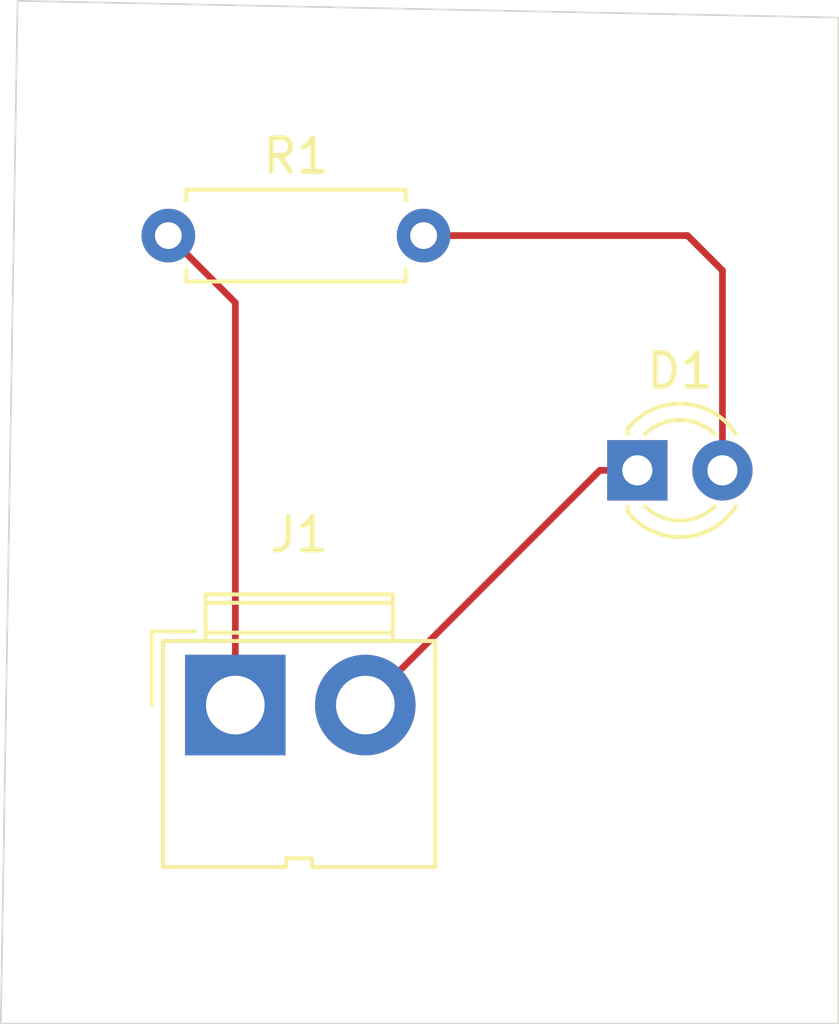
<source format=kicad_pcb>
(kicad_pcb (version 20241229) (generator "pcbnew") (generator_version "9.0")
  (layers (0 "F.Cu" signal) (2 "B.Cu" signal) (13 "F.Paste" user) (15 "B.Paste" user) (5 "F.SilkS" user "F.Silkscreen") (7 "B.SilkS" user "B.Silkscreen") (1 "F.Mask" user) (3 "B.Mask" user) (25 "Edge.Cuts" user))
  (net 0 "")
  (net 1 "Net-(D1-A)")
  (net 2 "/GND")
  (net 3 "/V_IN")
  (footprint "Connector:JWT_A3963_1x02_P3.96mm_Vertical" (layer "F.Cu") (at 137 90.5)
    (property "Reference" "J1" (at 1.91 -5.08 0) (layer "F.SilkS"))
    (property "Value" "Jack-DC")
    (fp_line (start -2.5 -2.2) (end -2.5 0) (stroke (width 0.12)) (layer "F.SilkS"))
    (fp_line (start -2.16 -1.91) (end -2.16 0) (stroke (width 0.12)) (layer "F.SilkS"))
    (fp_line (start -2.16 -1.91) (end 5.97 -1.91) (stroke (width 0.12)) (layer "F.SilkS"))
    (fp_line (start -2.16 0) (end -2.16 4.83) (stroke (width 0.12)) (layer "F.SilkS"))
    (fp_line (start -1.2 -2.2) (end -2.5 -2.2) (stroke (width 0.12)) (layer "F.SilkS"))
    (fp_line (start -0.89 -3.3) (end 4.7 -3.3) (stroke (width 0.12)) (layer "F.SilkS"))
    (fp_line (start -0.89 -3.05) (end 4.7 -3.05) (stroke (width 0.12)) (layer "F.SilkS"))
    (fp_line (start -0.89 -2.16) (end 4.7 -2.16) (stroke (width 0.12)) (layer "F.SilkS"))
    (fp_line (start -0.89 -1.91) (end -0.89 -3.3) (stroke (width 0.12)) (layer "F.SilkS"))
    (fp_line (start 1.52 4.57) (end 2.29 4.57) (stroke (width 0.12)) (layer "F.SilkS"))
    (fp_line (start 1.52 4.83) (end -2.16 4.83) (stroke (width 0.12)) (layer "F.SilkS"))
    (fp_line (start 1.52 4.83) (end 1.52 4.57) (stroke (width 0.12)) (layer "F.SilkS"))
    (fp_line (start 2.29 4.57) (end 2.29 4.83) (stroke (width 0.12)) (layer "F.SilkS"))
    (fp_line (start 2.29 4.83) (end 5.97 4.83) (stroke (width 0.12)) (layer "F.SilkS"))
    (fp_line (start 4.7 -1.91) (end 4.7 -3.3) (stroke (width 0.12)) (layer "F.SilkS"))
    (fp_line (start 5.97 -1.91) (end 5.97 0) (stroke (width 0.12)) (layer "F.SilkS"))
    (fp_line (start 5.97 4.83) (end 5.97 0) (stroke (width 0.12)) (layer "F.SilkS"))
    (pad "1" thru_hole rect (at 0 0) (size 3 3) (drill 1.75) (layers "*.Cu" "*.Mask") (net 3 "/V_IN"))
    (pad "2" thru_hole circle (at 3.88 0) (size 3 3) (drill 1.75) (layers "*.Cu" "*.Mask") (net 2 "/GND"))
  )
  (footprint "LED_THT:LED_D3.0mm" (layer "F.Cu") (at 149 83.5)
    (property "Reference" "D1" (at 1.27 -2.96 0) (layer "F.SilkS"))
    (property "Value" "LED")
    (fp_line (start -0.29 -1.236) (end -0.29 -1.08) (stroke (width 0.12)) (layer "F.SilkS"))
    (fp_line (start -0.29 1.08) (end -0.29 1.236) (stroke (width 0.12)) (layer "F.SilkS"))
    (fp_arc (start -0.29 -1.235516) (mid 1.36566 -1.987699) (end 2.941437 -1.08) (stroke (width 0.12)) (layer "F.SilkS"))
    (fp_arc (start 0.229039 -1.08) (mid 1.27 -1.5) (end 2.310961 -1.08) (stroke (width 0.12)) (layer "F.SilkS"))
    (fp_arc (start 2.310961 1.08) (mid 1.27 1.5) (end 0.229039 1.08) (stroke (width 0.12)) (layer "F.SilkS"))
    (fp_arc (start 2.941437 1.08) (mid 1.36566 1.987699) (end -0.29 1.235516) (stroke (width 0.12)) (layer "F.SilkS"))
    (pad "1" thru_hole rect (at 0 0) (size 1.8 1.8) (drill 0.9) (layers "*.Cu" "*.Mask") (net 2 "/GND"))
    (pad "2" thru_hole circle (at 2.54 0) (size 1.8 1.8) (drill 0.9) (layers "*.Cu" "*.Mask") (net 1 "Net-(D1-A)"))
  )
  (footprint "Resistor_THT:R_Axial_DIN0207_L6.3mm_D2.5mm_P7.62mm_Horizontal" (layer "F.Cu") (at 135 76.5)
    (property "Reference" "R1" (at 3.81 -2.37 0) (layer "F.SilkS"))
    (property "Value" "R")
    (fp_line (start 0.54 -1.37) (end 7.08 -1.37) (stroke (width 0.12)) (layer "F.SilkS"))
    (fp_line (start 0.54 -1.04) (end 0.54 -1.37) (stroke (width 0.12)) (layer "F.SilkS"))
    (fp_line (start 0.54 1.04) (end 0.54 1.37) (stroke (width 0.12)) (layer "F.SilkS"))
    (fp_line (start 0.54 1.37) (end 7.08 1.37) (stroke (width 0.12)) (layer "F.SilkS"))
    (fp_line (start 7.08 -1.37) (end 7.08 -1.04) (stroke (width 0.12)) (layer "F.SilkS"))
    (fp_line (start 7.08 1.37) (end 7.08 1.04) (stroke (width 0.12)) (layer "F.SilkS"))
    (pad "1" thru_hole circle (at 0 0) (size 1.6 1.6) (drill 0.8) (layers "*.Cu" "*.Mask") (net 3 "/V_IN"))
    (pad "2" thru_hole circle (at 7.62 0) (size 1.6 1.6) (drill 0.8) (layers "*.Cu" "*.Mask") (net 1 "Net-(D1-A)"))
  )
  (gr_poly (pts (xy 155 70) (xy 130.5 69.5) (xy 130 100) (xy 155 100)) (stroke (width 0.05)) (fill no) (layer "Edge.Cuts"))
  (segment (start 142.62 76.5) (end 150.5 76.5) (width 0.2) (layer "F.Cu") (net 1))
  (segment (start 151.54 77.54) (end 151.54 83.5) (width 0.2) (layer "F.Cu") (net 1))
  (segment (start 150.5 76.5) (end 151.54 77.54) (width 0.2) (layer "F.Cu") (net 1))
  (segment (start 147.88 83.5) (end 140.88 90.5) (width 0.2) (layer "F.Cu") (net 2))
  (segment (start 149 83.5) (end 147.88 83.5) (width 0.2) (layer "F.Cu") (net 2))
  (segment (start 137 78.5) (end 135 76.5) (width 0.2) (layer "F.Cu") (net 3))
  (segment (start 137 90.5) (end 137 78.5) (width 0.2) (layer "F.Cu") (net 3))
)
</source>
